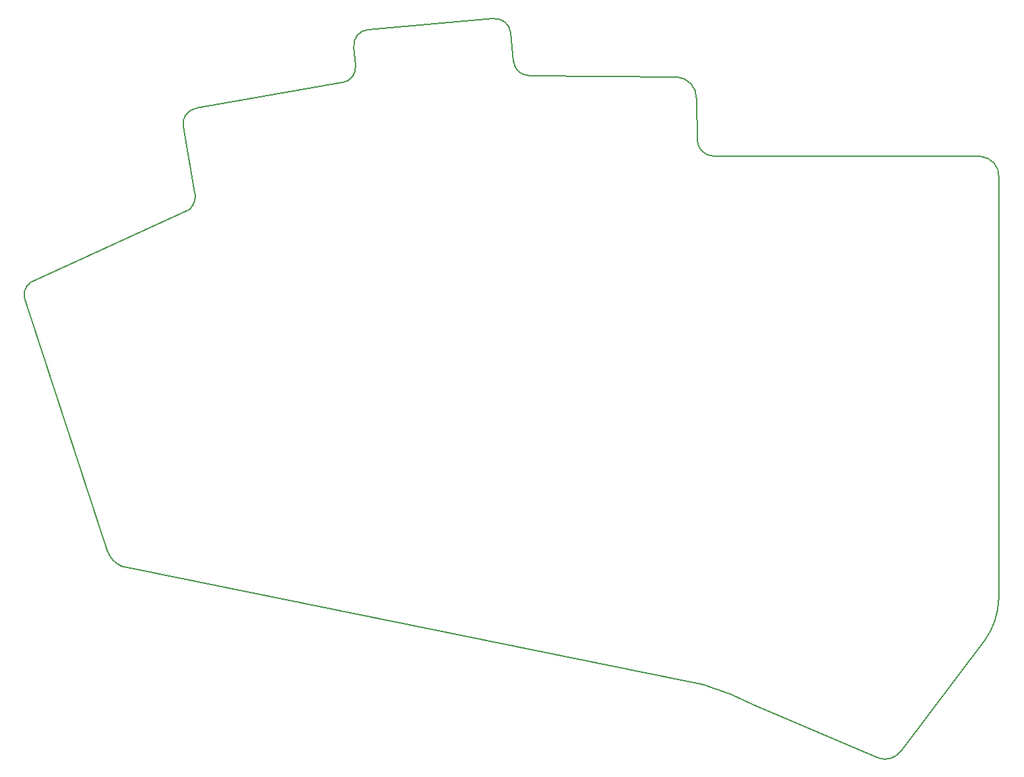
<source format=gm1>
%TF.GenerationSoftware,KiCad,Pcbnew,(6.0.4-0)*%
%TF.CreationDate,2022-05-16T08:39:31+02:00*%
%TF.ProjectId,battoota,62617474-6f6f-4746-912e-6b696361645f,v1.0.0*%
%TF.SameCoordinates,Original*%
%TF.FileFunction,Profile,NP*%
%FSLAX46Y46*%
G04 Gerber Fmt 4.6, Leading zero omitted, Abs format (unit mm)*
G04 Created by KiCad (PCBNEW (6.0.4-0)) date 2022-05-16 08:39:31*
%MOMM*%
%LPD*%
G01*
G04 APERTURE LIST*
%TA.AperFunction,Profile*%
%ADD10C,0.150000*%
%TD*%
G04 APERTURE END LIST*
D10*
X61933082Y112680378D02*
X80777935Y116003234D01*
X126173900Y113933708D02*
G75*
G03*
X123633938Y116727707I-2715300J83092D01*
G01*
X40648225Y90267287D02*
G75*
G03*
X40005384Y88049350I1273675J-1571287D01*
G01*
X40648210Y90267305D02*
X61081026Y99669502D01*
X104699526Y116893075D02*
X123633938Y116727707D01*
X133966791Y35840254D02*
G75*
G03*
X127108791Y38634254I-17937291J-34214254D01*
G01*
X102707096Y118718762D02*
G75*
G03*
X104699526Y116893075I1992504J174438D01*
G01*
X162601024Y106517136D02*
X128307140Y106564179D01*
X126278233Y108591104D02*
G75*
G03*
X128307140Y106564179I2083267J56396D01*
G01*
X84024062Y122794691D02*
X100162416Y124206614D01*
X149460790Y29236252D02*
G75*
G03*
X152508791Y30252254I903699J2368905D01*
G01*
X127108791Y38634254D02*
X52325668Y53916640D01*
X40005384Y88049350D02*
X50640798Y55746836D01*
X50640795Y55746835D02*
G75*
G03*
X52325668Y53916640I2843705J927265D01*
G01*
X149460791Y29236254D02*
X133966791Y35840254D01*
X163204176Y44394875D02*
G75*
G03*
X164948263Y49556254I-7644213J5458426D01*
G01*
X82423028Y118147161D02*
X82205984Y120627990D01*
X61081029Y99669499D02*
G75*
G03*
X61820427Y101762322I-1517329J1713101D01*
G01*
X164948263Y49556254D02*
X164982296Y103812548D01*
X102329128Y122388537D02*
G75*
G03*
X100162416Y124206615I-1992328J-174237D01*
G01*
X152508791Y30252254D02*
X163204176Y44394875D01*
X60310763Y110363466D02*
X61820427Y101762322D01*
X80777936Y116003231D02*
G75*
G03*
X82423029Y118147161I-347236J1969569D01*
G01*
X126278191Y108591103D02*
X126173938Y113933707D01*
X164982245Y103812551D02*
G75*
G03*
X162601024Y106517136I-2535445J168249D01*
G01*
X102329117Y122388536D02*
X102707136Y118718765D01*
X61933072Y112680437D02*
G75*
G03*
X60310764Y110363466I347328J-1969637D01*
G01*
X84024068Y122794623D02*
G75*
G03*
X82205984Y120627991I174232J-1992323D01*
G01*
M02*

</source>
